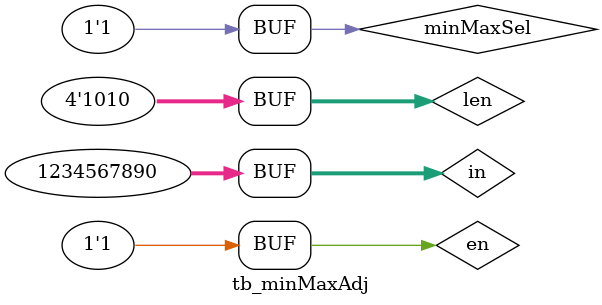
<source format=v>
`timescale 1ns / 1ps


module tb_minMaxAdj();
  //1-bit ins
  reg en, minMaxSel;
  //2+bit ins
  reg [31:0] in; 
  reg [3:0] len;
  //out
  wire [31:0] adjVal;
  wire [3:0] adjLen;


  minMaxAdj DUT(.en(en), .in(in), .minMaxSel(minMaxSel), .len(len), .adjVal(adjVal), .adjLen(adjLen));
  
  initial begin
    en = 1; in = 32'd0;  minMaxSel = 0;
    
    //min 3 len, should out to 32'd1000
    #10 en = 1;  in = 32'd100; len = 4'd3;
    //max 3 len, out to 32'd10
    #10 en = 1; minMaxSel = 1; in = 32'd100; len = 4'd3;
    // test for even leng
    #10 en = 1; minMaxSel = 1; in = 32'd1000; len = 4'd4;

    // test a few through cases
    #10 en = 1; minMaxSel = 1; in = 32'd1234; len = 4'd4;
    #10 en = 1; minMaxSel = 0; in = 32'd4321; len = 4'd4;
    #10 en = 1; minMaxSel = 1; in = 32'd1234567890; len = 4'd10;

  end
endmodule

</source>
